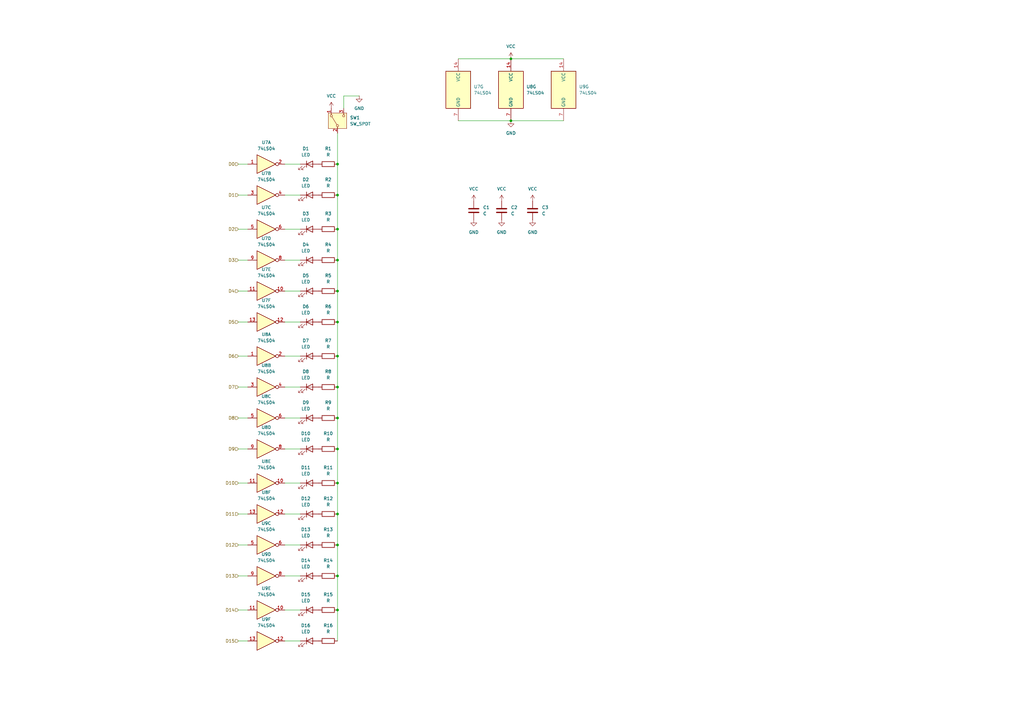
<source format=kicad_sch>
(kicad_sch (version 20231120) (generator "eeschema") (generator_version "8.0")
  (paper "A3")
  (lib_symbols
    (symbol "74xx:74LS04"
      (property "Reference" "U" (at 0 1.27 0))
      (property "Value" "74LS04" (at 0 -1.27 0))
      (symbol "74LS04_1_0"
        (polyline (pts (xy -3.81 3.81) (xy -3.81 -3.81) (xy 3.81 0) (xy -3.81 3.81)) (stroke (width 0.254)) (fill (type background)))
        (pin input line (at -7.62 0 0) (length 3.81) (name "~") (number "1"))
        (pin output inverted (at 7.62 0 180) (length 3.81) (name "~") (number "2"))
      )
      (symbol "74LS04_2_0"
        (polyline (pts (xy -3.81 3.81) (xy -3.81 -3.81) (xy 3.81 0) (xy -3.81 3.81)) (stroke (width 0.254)) (fill (type background)))
        (pin input line (at -7.62 0 0) (length 3.81) (name "~") (number "3"))
        (pin output inverted (at 7.62 0 180) (length 3.81) (name "~") (number "4"))
      )
      (symbol "74LS04_3_0"
        (polyline (pts (xy -3.81 3.81) (xy -3.81 -3.81) (xy 3.81 0) (xy -3.81 3.81)) (stroke (width 0.254)) (fill (type background)))
        (pin input line (at -7.62 0 0) (length 3.81) (name "~") (number "5"))
        (pin output inverted (at 7.62 0 180) (length 3.81) (name "~") (number "6"))
      )
      (symbol "74LS04_4_0"
        (polyline (pts (xy -3.81 3.81) (xy -3.81 -3.81) (xy 3.81 0) (xy -3.81 3.81)) (stroke (width 0.254)) (fill (type background)))
        (pin output inverted (at 7.62 0 180) (length 3.81) (name "~") (number "8"))
        (pin input line (at -7.62 0 0) (length 3.81) (name "~") (number "9"))
      )
      (symbol "74LS04_5_0"
        (polyline (pts (xy -3.81 3.81) (xy -3.81 -3.81) (xy 3.81 0) (xy -3.81 3.81)) (stroke (width 0.254)) (fill (type background)))
        (pin output inverted (at 7.62 0 180) (length 3.81) (name "~") (number "10"))
        (pin input line (at -7.62 0 0) (length 3.81) (name "~") (number "11"))
      )
      (symbol "74LS04_6_0"
        (polyline (pts (xy -3.81 3.81) (xy -3.81 -3.81) (xy 3.81 0) (xy -3.81 3.81)) (stroke (width 0.254)) (fill (type background)))
        (pin output inverted (at 7.62 0 180) (length 3.81) (name "~") (number "12"))
        (pin input line (at -7.62 0 0) (length 3.81) (name "~") (number "13"))
      )
      (symbol "74LS04_7_0"
        (pin power_in line (at 0 12.7 270) (length 5.08) (name "VCC") (number "14"))
        (pin power_in line (at 0 -12.7 90) (length 5.08) (name "GND") (number "7"))
      )
      (symbol "74LS04_7_1"
        (rectangle (start -5.08 7.62) (end 5.08 -7.62) (stroke (width 0.254)) (fill (type background)))
      )
    )
    (symbol "Device:C" (pin_numbers hide) (pin_names (offset 0.254))
      (property "Reference" "C" (at 0.635 2.54 0))
      (property "Value" "C" (at 0.635 -2.54 0))
      (symbol "C_0_1"
        (polyline (pts (xy -2.032 -0.762) (xy 2.032 -0.762)) (stroke (width 0.508)))
        (polyline (pts (xy -2.032 0.762) (xy 2.032 0.762)) (stroke (width 0.508)))
      )
      (symbol "C_1_1"
        (pin passive line (at 0 3.81 270) (length 2.794) (name "~") (number "1"))
        (pin passive line (at 0 -3.81 90) (length 2.794) (name "~") (number "2"))
      )
    )
    (symbol "Device:LED" (pin_numbers hide) (pin_names (offset 1.016) hide)
      (property "Reference" "D" (at 0 2.54 0))
      (property "Value" "LED" (at 0 -2.54 0))
      (symbol "LED_0_1"
        (polyline (pts (xy -1.27 -1.27) (xy -1.27 1.27)) (stroke (width 0.254)))
        (polyline (pts (xy -1.27 0) (xy 1.27 0)))
        (polyline (pts (xy 1.27 -1.27) (xy 1.27 1.27) (xy -1.27 0) (xy 1.27 -1.27)) (stroke (width 0.254)))
        (polyline (pts (xy -3.048 -0.762) (xy -4.572 -2.286) (xy -3.81 -2.286) (xy -4.572 -2.286) (xy -4.572 -1.524)))
        (polyline (pts (xy -1.778 -0.762) (xy -3.302 -2.286) (xy -2.54 -2.286) (xy -3.302 -2.286) (xy -3.302 -1.524)))
      )
      (symbol "LED_1_1"
        (pin passive line (at -3.81 0 0) (length 2.54) (name "K") (number "1"))
        (pin passive line (at 3.81 0 180) (length 2.54) (name "A") (number "2"))
      )
    )
    (symbol "Device:R" (pin_numbers hide) (pin_names (offset 0))
      (property "Reference" "R" (at 2.032 0 90))
      (property "Value" "R" (at 0 0 90))
      (symbol "R_0_1"
        (rectangle (start -1.016 -2.54) (end 1.016 2.54) (stroke (width 0.254)))
      )
      (symbol "R_1_1"
        (pin passive line (at 0 3.81 270) (length 1.27) (name "~") (number "1"))
        (pin passive line (at 0 -3.81 90) (length 1.27) (name "~") (number "2"))
      )
    )
    (symbol "Switch:SW_SPDT" (pin_names (offset 0) hide)
      (property "Reference" "SW" (at 0 5.08 0))
      (property "Value" "SW_SPDT" (at 0 -5.08 0))
      (symbol "SW_SPDT_0_1"
        (circle (center -2.032 0) (radius 0.4572))
        (polyline (pts (xy -1.651 0.254) (xy 1.651 2.286)))
        (circle (center 2.032 -2.54) (radius 0.4572))
        (circle (center 2.032 2.54) (radius 0.4572))
      )
      (symbol "SW_SPDT_1_1"
        (rectangle (start -3.175 3.81) (end 3.175 -3.81) (fill (type background)))
        (pin passive line (at 5.08 2.54 180) (length 2.54) (name "A") (number "1"))
        (pin passive line (at -5.08 0 0) (length 2.54) (name "B") (number "2"))
        (pin passive line (at 5.08 -2.54 180) (length 2.54) (name "C") (number "3"))
      )
    )
    (symbol "power:GND" (power) (pin_numbers hide) (pin_names (offset 0) hide)
      (property "Value" "GND" (at 0 -3.81 0))
      (symbol "GND_0_1"
        (polyline (pts (xy 0 0) (xy 0 -1.27) (xy 1.27 -1.27) (xy 0 -2.54) (xy -1.27 -1.27) (xy 0 -1.27)))
      )
      (symbol "GND_1_1"
        (pin power_in line (at 0 0 270) (length 0) (name "~") (number "1"))
      )
    )
    (symbol "power:VCC" (power) (pin_numbers hide) (pin_names (offset 0) hide)
      (property "Value" "VCC" (at 0 3.556 0))
      (symbol "VCC_0_1"
        (polyline (pts (xy -0.762 1.27) (xy 0 2.54)))
        (polyline (pts (xy 0 0) (xy 0 2.54)))
        (polyline (pts (xy 0 2.54) (xy 0.762 1.27)))
      )
      (symbol "VCC_1_1"
        (pin power_in line (at 0 0 90) (length 0) (name "~") (number "1"))
      )
    )
  )
  (junction (at 138.43 146.05))
  (junction (at 138.43 171.45))
  (junction (at 138.43 106.68))
  (junction (at 138.43 67.31))
  (junction (at 138.43 210.82))
  (junction (at 138.43 158.75))
  (junction (at 138.43 250.19))
  (junction (at 138.43 119.38))
  (junction (at 138.43 236.22))
  (junction (at 138.43 184.15))
  (junction (at 209.55 49.53))
  (junction (at 138.43 223.52))
  (junction (at 138.43 198.12))
  (junction (at 138.43 93.98))
  (junction (at 138.43 132.08))
  (junction (at 138.43 80.01))
  (junction (at 209.55 24.13))
  (wire (pts (xy 138.43 171.45) (xy 138.43 184.15)))
  (wire (pts (xy 138.43 158.75) (xy 138.43 171.45)))
  (wire (pts (xy 116.84 132.08) (xy 123.19 132.08)))
  (wire (pts (xy 116.84 106.68) (xy 123.19 106.68)))
  (wire (pts (xy 116.84 67.31) (xy 123.19 67.31)))
  (wire (pts (xy 116.84 80.01) (xy 123.19 80.01)))
  (wire (pts (xy 138.43 132.08) (xy 138.43 146.05)))
  (wire (pts (xy 97.79 262.89) (xy 101.6 262.89)))
  (wire (pts (xy 138.43 67.31) (xy 138.43 80.01)))
  (wire (pts (xy 116.84 250.19) (xy 123.19 250.19)))
  (wire (pts (xy 97.79 184.15) (xy 101.6 184.15)))
  (wire (pts (xy 116.84 210.82) (xy 123.19 210.82)))
  (wire (pts (xy 138.43 184.15) (xy 138.43 198.12)))
  (wire (pts (xy 97.79 198.12) (xy 101.6 198.12)))
  (wire (pts (xy 97.79 223.52) (xy 101.6 223.52)))
  (wire (pts (xy 116.84 171.45) (xy 123.19 171.45)))
  (wire (pts (xy 116.84 146.05) (xy 123.19 146.05)))
  (wire (pts (xy 138.43 250.19) (xy 138.43 262.89)))
  (wire (pts (xy 97.79 210.82) (xy 101.6 210.82)))
  (wire (pts (xy 116.84 236.22) (xy 123.19 236.22)))
  (wire (pts (xy 97.79 146.05) (xy 101.6 146.05)))
  (wire (pts (xy 187.96 49.53) (xy 209.55 49.53)))
  (wire (pts (xy 209.55 24.13) (xy 231.14 24.13)))
  (wire (pts (xy 138.43 236.22) (xy 138.43 250.19)))
  (wire (pts (xy 138.43 223.52) (xy 138.43 236.22)))
  (wire (pts (xy 97.79 93.98) (xy 101.6 93.98)))
  (wire (pts (xy 138.43 93.98) (xy 138.43 106.68)))
  (wire (pts (xy 97.79 236.22) (xy 101.6 236.22)))
  (wire (pts (xy 116.84 119.38) (xy 123.19 119.38)))
  (wire (pts (xy 187.96 24.13) (xy 209.55 24.13)))
  (wire (pts (xy 138.43 146.05) (xy 138.43 158.75)))
  (wire (pts (xy 97.79 171.45) (xy 101.6 171.45)))
  (wire (pts (xy 116.84 158.75) (xy 123.19 158.75)))
  (wire (pts (xy 97.79 106.68) (xy 101.6 106.68)))
  (wire (pts (xy 97.79 132.08) (xy 101.6 132.08)))
  (wire (pts (xy 97.79 158.75) (xy 101.6 158.75)))
  (wire (pts (xy 138.43 80.01) (xy 138.43 93.98)))
  (wire (pts (xy 116.84 184.15) (xy 123.19 184.15)))
  (wire (pts (xy 140.97 44.45) (xy 140.97 39.37)))
  (wire (pts (xy 138.43 54.61) (xy 138.43 67.31)))
  (wire (pts (xy 116.84 198.12) (xy 123.19 198.12)))
  (wire (pts (xy 138.43 119.38) (xy 138.43 132.08)))
  (wire (pts (xy 116.84 262.89) (xy 123.19 262.89)))
  (wire (pts (xy 138.43 106.68) (xy 138.43 119.38)))
  (wire (pts (xy 116.84 93.98) (xy 123.19 93.98)))
  (wire (pts (xy 97.79 119.38) (xy 101.6 119.38)))
  (wire (pts (xy 140.97 39.37) (xy 147.32 39.37)))
  (wire (pts (xy 209.55 49.53) (xy 231.14 49.53)))
  (wire (pts (xy 97.79 80.01) (xy 101.6 80.01)))
  (wire (pts (xy 138.43 210.82) (xy 138.43 223.52)))
  (wire (pts (xy 97.79 67.31) (xy 101.6 67.31)))
  (wire (pts (xy 97.79 250.19) (xy 101.6 250.19)))
  (wire (pts (xy 116.84 223.52) (xy 123.19 223.52)))
  (wire (pts (xy 138.43 198.12) (xy 138.43 210.82)))
  (hierarchical_label "D5" (shape input) (at 97.79 132.08 180))
  (hierarchical_label "D6" (shape input) (at 97.79 146.05 180))
  (hierarchical_label "D2" (shape input) (at 97.79 93.98 180))
  (hierarchical_label "D14" (shape input) (at 97.79 250.19 180))
  (hierarchical_label "D15" (shape input) (at 97.79 262.89 180))
  (hierarchical_label "D0" (shape input) (at 97.79 67.31 180))
  (hierarchical_label "D7" (shape input) (at 97.79 158.75 180))
  (hierarchical_label "D10" (shape input) (at 97.79 198.12 180))
  (hierarchical_label "D13" (shape input) (at 97.79 236.22 180))
  (hierarchical_label "D1" (shape input) (at 97.79 80.01 180))
  (hierarchical_label "D4" (shape input) (at 97.79 119.38 180))
  (hierarchical_label "D8" (shape input) (at 97.79 171.45 180))
  (hierarchical_label "D12" (shape input) (at 97.79 223.52 180))
  (hierarchical_label "D11" (shape input) (at 97.79 210.82 180))
  (hierarchical_label "D3" (shape input) (at 97.79 106.68 180))
  (hierarchical_label "D9" (shape input) (at 97.79 184.15 180))
  (symbol (lib_id "Device:R") (at 134.62 106.68 90) (unit 1)
    (property "Reference" "R4" (at 134.62 100.33 90))
    (property "Value" "R" (at 134.62 102.87 90))
    (property "Footprint" "Resistor_SMD:R_0805_2012Metric" (effects (hide yes)))
    (property "Description" "Resistor" (effects (hide yes)))
    (instances (project "" (path "" (reference "R4") (unit 1))) (project "pcb_proc_ram" (path "" (reference "R?") (unit 1)) (path "" (reference "R?") (unit 1))) (project "" (path "" (reference "R?") (unit 1))))
  )
  (symbol (lib_id "Device:C") (at 205.74 86.36 0) (unit 1)
    (property "Reference" "C2" (at 209.55 85.0899 0) (effects (justify left)))
    (property "Value" "C" (at 209.55 87.6299 0) (effects (justify left)))
    (property "Footprint" "Capacitor_SMD:C_0805_2012Metric" (effects (hide yes)))
    (property "Description" "Unpolarized capacitor" (effects (hide yes)))
    (instances (project "" (path "" (reference "C2") (unit 1))) (project "pcb_proc_ram" (path "" (reference "C?") (unit 1)) (path "" (reference "C?") (unit 1))) (project "" (path "" (reference "C?") (unit 1))))
  )
  (symbol (lib_id "Device:R") (at 134.62 262.89 90) (unit 1)
    (property "Reference" "R16" (at 134.62 256.54 90))
    (property "Value" "R" (at 134.62 259.08 90))
    (property "Footprint" "Resistor_SMD:R_0805_2012Metric" (effects (hide yes)))
    (property "Description" "Resistor" (effects (hide yes)))
    (instances (project "" (path "" (reference "R16") (unit 1))) (project "pcb_proc_ram" (path "" (reference "R?") (unit 1)) (path "" (reference "R?") (unit 1))) (project "" (path "" (reference "R?") (unit 1))))
  )
  (symbol (lib_id "Device:LED") (at 127 158.75 0) (unit 1)
    (property "Reference" "D8" (at 125.4125 152.4 0))
    (property "Value" "LED" (at 125.4125 154.94 0))
    (property "Footprint" "LED_THT:LED_Rectangular_W5.0mm_H2.0mm" (effects (hide yes)))
    (property "Description" "Light emitting diode" (effects (hide yes)))
    (instances (project "" (path "" (reference "D8") (unit 1))) (project "pcb_proc_ram" (path "" (reference "D?") (unit 1)) (path "" (reference "D?") (unit 1))) (project "" (path "" (reference "D?") (unit 1))))
  )
  (symbol (lib_id "Device:R") (at 134.62 93.98 90) (unit 1)
    (property "Reference" "R3" (at 134.62 87.63 90))
    (property "Value" "R" (at 134.62 90.17 90))
    (property "Footprint" "Resistor_SMD:R_0805_2012Metric" (effects (hide yes)))
    (property "Description" "Resistor" (effects (hide yes)))
    (instances (project "" (path "" (reference "R3") (unit 1))) (project "pcb_proc_ram" (path "" (reference "R?") (unit 1)) (path "" (reference "R?") (unit 1))) (project "" (path "" (reference "R?") (unit 1))))
  )
  (symbol (lib_id "power:GND") (at 209.55 49.53 0) (unit 1)
    (property "Reference" "#PWR024" (effects (hide yes)))
    (property "Value" "GND" (at 209.55 54.61 0))
    (property "Description" "Power symbol creates a global label with name \"GND\" , ground" (effects (hide yes)))
    (instances (project "" (path "" (reference "#PWR024") (unit 1))) (project "pcb_proc_ram" (path "" (reference "#PWR?") (unit 1)) (path "" (reference "#PWR?") (unit 1))) (project "" (path "" (reference "#PWR?") (unit 1))))
  )
  (symbol (lib_id "74xx:74LS04") (at 209.55 36.83 0) (unit 7)
    (property "Reference" "U8" (at 215.9 35.5599 0) (effects (justify left)))
    (property "Value" "74LS04" (at 215.9 38.0999 0) (effects (justify left)))
    (property "Footprint" "Package_DIP:DIP-14_W7.62mm_LongPads" (effects (hide yes)))
    (property "Datasheet" "http://www.ti.com/lit/gpn/sn74LS04" (effects (hide yes)))
    (property "Description" "Hex Inverter" (effects (hide yes)))
    (instances (project "" (path "" (reference "U8") (unit 7))) (project "pcb_proc_ram" (path "" (reference "U?") (unit 7)) (path "" (reference "U?") (unit 7))) (project "" (path "" (reference "U?") (unit 7))))
  )
  (symbol (lib_id "Device:LED") (at 127 262.89 0) (unit 1)
    (property "Reference" "D16" (at 125.4125 256.54 0))
    (property "Value" "LED" (at 125.4125 259.08 0))
    (property "Footprint" "LED_THT:LED_Rectangular_W5.0mm_H2.0mm" (effects (hide yes)))
    (property "Description" "Light emitting diode" (effects (hide yes)))
    (instances (project "" (path "" (reference "D16") (unit 1))) (project "pcb_proc_ram" (path "" (reference "D?") (unit 1)) (path "" (reference "D?") (unit 1))) (project "" (path "" (reference "D?") (unit 1))))
  )
  (symbol (lib_id "Device:LED") (at 127 132.08 0) (unit 1)
    (property "Reference" "D6" (at 125.4125 125.73 0))
    (property "Value" "LED" (at 125.4125 128.27 0))
    (property "Footprint" "LED_THT:LED_Rectangular_W5.0mm_H2.0mm" (effects (hide yes)))
    (property "Description" "Light emitting diode" (effects (hide yes)))
    (instances (project "" (path "" (reference "D6") (unit 1))) (project "pcb_proc_ram" (path "" (reference "D?") (unit 1)) (path "" (reference "D?") (unit 1))) (project "" (path "" (reference "D?") (unit 1))))
  )
  (symbol (lib_id "Device:LED") (at 127 171.45 0) (unit 1)
    (property "Reference" "D9" (at 125.4125 165.1 0))
    (property "Value" "LED" (at 125.4125 167.64 0))
    (property "Footprint" "LED_THT:LED_Rectangular_W5.0mm_H2.0mm" (effects (hide yes)))
    (property "Description" "Light emitting diode" (effects (hide yes)))
    (instances (project "" (path "" (reference "D9") (unit 1))) (project "pcb_proc_ram" (path "" (reference "D?") (unit 1)) (path "" (reference "D?") (unit 1))) (project "" (path "" (reference "D?") (unit 1))))
  )
  (symbol (lib_id "power:VCC") (at 209.55 24.13 0) (unit 1)
    (property "Reference" "#PWR021" (effects (hide yes)))
    (property "Value" "VCC" (at 209.55 19.05 0))
    (property "Description" "Power symbol creates a global label with name \"VCC\"" (effects (hide yes)))
    (instances (project "" (path "" (reference "#PWR021") (unit 1))) (project "pcb_proc_ram" (path "" (reference "#PWR?") (unit 1)) (path "" (reference "#PWR?") (unit 1))) (project "" (path "" (reference "#PWR?") (unit 1))))
  )
  (symbol (lib_id "Device:R") (at 134.62 132.08 90) (unit 1)
    (property "Reference" "R6" (at 134.62 125.73 90))
    (property "Value" "R" (at 134.62 128.27 90))
    (property "Footprint" "Resistor_SMD:R_0805_2012Metric" (effects (hide yes)))
    (property "Description" "Resistor" (effects (hide yes)))
    (instances (project "" (path "" (reference "R6") (unit 1))) (project "pcb_proc_ram" (path "" (reference "R?") (unit 1)) (path "" (reference "R?") (unit 1))) (project "" (path "" (reference "R?") (unit 1))))
  )
  (symbol (lib_id "power:GND") (at 218.44 90.17 0) (unit 1)
    (property "Reference" "#PWR030" (effects (hide yes)))
    (property "Value" "GND" (at 218.44 95.25 0))
    (property "Description" "Power symbol creates a global label with name \"GND\" , ground" (effects (hide yes)))
    (instances (project "" (path "" (reference "#PWR030") (unit 1))) (project "pcb_proc_ram" (path "" (reference "#PWR?") (unit 1)) (path "" (reference "#PWR?") (unit 1))) (project "" (path "" (reference "#PWR?") (unit 1))))
  )
  (symbol (lib_id "74xx:74LS04") (at 109.22 67.31 0) (unit 1)
    (property "Reference" "U7" (at 109.22 58.42 0))
    (property "Value" "74LS04" (at 109.22 60.96 0))
    (property "Footprint" "Package_DIP:DIP-14_W7.62mm_Socket_LongPads" (effects (hide yes)))
    (property "Datasheet" "http://www.ti.com/lit/gpn/sn74LS04" (effects (hide yes)))
    (property "Description" "Hex Inverter" (effects (hide yes)))
    (instances (project "" (path "" (reference "U7") (unit 1))) (project "pcb_proc_ram" (path "" (reference "U?") (unit 1)) (path "" (reference "U?") (unit 1))) (project "" (path "" (reference "U?") (unit 1))))
  )
  (symbol (lib_id "power:GND") (at 194.31 90.17 0) (unit 1)
    (property "Reference" "#PWR028" (effects (hide yes)))
    (property "Value" "GND" (at 194.31 95.25 0))
    (property "Description" "Power symbol creates a global label with name \"GND\" , ground" (effects (hide yes)))
    (instances (project "" (path "" (reference "#PWR028") (unit 1))) (project "pcb_proc_ram" (path "" (reference "#PWR?") (unit 1)) (path "" (reference "#PWR?") (unit 1))) (project "" (path "" (reference "#PWR?") (unit 1))))
  )
  (symbol (lib_id "74xx:74LS04") (at 187.96 36.83 0) (unit 7)
    (property "Reference" "U7" (at 194.31 35.5599 0) (effects (justify left)))
    (property "Value" "74LS04" (at 194.31 38.0999 0) (effects (justify left)))
    (property "Footprint" "Package_DIP:DIP-14_W7.62mm_Socket_LongPads" (effects (hide yes)))
    (property "Datasheet" "http://www.ti.com/lit/gpn/sn74LS04" (effects (hide yes)))
    (property "Description" "Hex Inverter" (effects (hide yes)))
    (instances (project "" (path "" (reference "U7") (unit 7))) (project "pcb_proc_ram" (path "" (reference "U?") (unit 7)) (path "" (reference "U?") (unit 7))) (project "" (path "" (reference "U?") (unit 7))))
  )
  (symbol (lib_id "Device:LED") (at 127 106.68 0) (unit 1)
    (property "Reference" "D4" (at 125.4125 100.33 0))
    (property "Value" "LED" (at 125.4125 102.87 0))
    (property "Footprint" "LED_THT:LED_Rectangular_W5.0mm_H2.0mm" (effects (hide yes)))
    (property "Description" "Light emitting diode" (effects (hide yes)))
    (instances (project "" (path "" (reference "D4") (unit 1))) (project "pcb_proc_ram" (path "" (reference "D?") (unit 1)) (path "" (reference "D?") (unit 1))) (project "" (path "" (reference "D?") (unit 1))))
  )
  (symbol (lib_id "74xx:74LS04") (at 109.22 146.05 0) (unit 1)
    (property "Reference" "U8" (at 109.22 137.16 0))
    (property "Value" "74LS04" (at 109.22 139.7 0))
    (property "Footprint" "Package_DIP:DIP-14_W7.62mm_LongPads" (effects (hide yes)))
    (property "Datasheet" "http://www.ti.com/lit/gpn/sn74LS04" (effects (hide yes)))
    (property "Description" "Hex Inverter" (effects (hide yes)))
    (instances (project "" (path "" (reference "U8") (unit 1))) (project "pcb_proc_ram" (path "" (reference "U?") (unit 1)) (path "" (reference "U?") (unit 1))) (project "" (path "" (reference "U?") (unit 1))))
  )
  (symbol (lib_id "power:VCC") (at 205.74 82.55 0) (unit 1)
    (property "Reference" "#PWR026" (effects (hide yes)))
    (property "Value" "VCC" (at 205.74 77.47 0))
    (property "Description" "Power symbol creates a global label with name \"VCC\"" (effects (hide yes)))
    (instances (project "" (path "" (reference "#PWR026") (unit 1))) (project "pcb_proc_ram" (path "" (reference "#PWR?") (unit 1)) (path "" (reference "#PWR?") (unit 1))) (project "" (path "" (reference "#PWR?") (unit 1))))
  )
  (symbol (lib_id "power:VCC") (at 135.89 44.45 0) (unit 1)
    (property "Reference" "#PWR023" (effects (hide yes)))
    (property "Value" "VCC" (at 135.89 39.37 0))
    (property "Description" "Power symbol creates a global label with name \"VCC\"" (effects (hide yes)))
    (instances (project "" (path "" (reference "#PWR023") (unit 1))) (project "pcb_proc_ram" (path "" (reference "#PWR?") (unit 1)) (path "" (reference "#PWR?") (unit 1))) (project "" (path "" (reference "#PWR?") (unit 1))))
  )
  (symbol (lib_id "Device:R") (at 134.62 223.52 90) (unit 1)
    (property "Reference" "R13" (at 134.62 217.17 90))
    (property "Value" "R" (at 134.62 219.71 90))
    (property "Footprint" "Resistor_SMD:R_0805_2012Metric" (effects (hide yes)))
    (property "Description" "Resistor" (effects (hide yes)))
    (instances (project "" (path "" (reference "R13") (unit 1))) (project "pcb_proc_ram" (path "" (reference "R?") (unit 1)) (path "" (reference "R?") (unit 1))) (project "" (path "" (reference "R?") (unit 1))))
  )
  (symbol (lib_id "Device:R") (at 134.62 80.01 90) (unit 1)
    (property "Reference" "R2" (at 134.62 73.66 90))
    (property "Value" "R" (at 134.62 76.2 90))
    (property "Footprint" "Resistor_SMD:R_0805_2012Metric" (effects (hide yes)))
    (property "Description" "Resistor" (effects (hide yes)))
    (instances (project "" (path "" (reference "R2") (unit 1))) (project "pcb_proc_ram" (path "" (reference "R?") (unit 1)) (path "" (reference "R?") (unit 1))) (project "" (path "" (reference "R?") (unit 1))))
  )
  (symbol (lib_id "74xx:74LS04") (at 109.22 106.68 0) (unit 4)
    (property "Reference" "U7" (at 109.22 97.79 0))
    (property "Value" "74LS04" (at 109.22 100.33 0))
    (property "Footprint" "Package_DIP:DIP-14_W7.62mm_Socket_LongPads" (effects (hide yes)))
    (property "Datasheet" "http://www.ti.com/lit/gpn/sn74LS04" (effects (hide yes)))
    (property "Description" "Hex Inverter" (effects (hide yes)))
    (instances (project "" (path "" (reference "U7") (unit 4))) (project "pcb_proc_ram" (path "" (reference "U?") (unit 4)) (path "" (reference "U?") (unit 4))) (project "" (path "" (reference "U?") (unit 4))))
  )
  (symbol (lib_id "Device:R") (at 134.62 184.15 90) (unit 1)
    (property "Reference" "R10" (at 134.62 177.8 90))
    (property "Value" "R" (at 134.62 180.34 90))
    (property "Footprint" "Resistor_SMD:R_0805_2012Metric" (effects (hide yes)))
    (property "Description" "Resistor" (effects (hide yes)))
    (instances (project "" (path "" (reference "R10") (unit 1))) (project "pcb_proc_ram" (path "" (reference "R?") (unit 1)) (path "" (reference "R?") (unit 1))) (project "" (path "" (reference "R?") (unit 1))))
  )
  (symbol (lib_id "Device:LED") (at 127 236.22 0) (unit 1)
    (property "Reference" "D14" (at 125.4125 229.87 0))
    (property "Value" "LED" (at 125.4125 232.41 0))
    (property "Footprint" "LED_THT:LED_Rectangular_W5.0mm_H2.0mm" (effects (hide yes)))
    (property "Description" "Light emitting diode" (effects (hide yes)))
    (instances (project "" (path "" (reference "D14") (unit 1))) (project "pcb_proc_ram" (path "" (reference "D?") (unit 1)) (path "" (reference "D?") (unit 1))) (project "" (path "" (reference "D?") (unit 1))))
  )
  (symbol (lib_id "74xx:74LS04") (at 109.22 198.12 0) (unit 5)
    (property "Reference" "U8" (at 109.22 189.23 0))
    (property "Value" "74LS04" (at 109.22 191.77 0))
    (property "Footprint" "Package_DIP:DIP-14_W7.62mm_LongPads" (effects (hide yes)))
    (property "Datasheet" "http://www.ti.com/lit/gpn/sn74LS04" (effects (hide yes)))
    (property "Description" "Hex Inverter" (effects (hide yes)))
    (instances (project "" (path "" (reference "U8") (unit 5))) (project "pcb_proc_ram" (path "" (reference "U?") (unit 5)) (path "" (reference "U?") (unit 5))) (project "" (path "" (reference "U?") (unit 5))))
  )
  (symbol (lib_id "power:GND") (at 147.32 39.37 0) (unit 1)
    (property "Reference" "#PWR022" (effects (hide yes)))
    (property "Value" "GND" (at 147.32 44.45 0))
    (property "Description" "Power symbol creates a global label with name \"GND\" , ground" (effects (hide yes)))
    (instances (project "" (path "" (reference "#PWR022") (unit 1))) (project "pcb_proc_ram" (path "" (reference "#PWR?") (unit 1)) (path "" (reference "#PWR?") (unit 1))) (project "" (path "" (reference "#PWR?") (unit 1))))
  )
  (symbol (lib_id "74xx:74LS04") (at 231.14 36.83 0) (unit 7)
    (property "Reference" "U9" (at 237.49 35.5599 0) (effects (justify left)))
    (property "Value" "74LS04" (at 237.49 38.0999 0) (effects (justify left)))
    (property "Footprint" "Package_DIP:DIP-14_W7.62mm_LongPads" (effects (hide yes)))
    (property "Datasheet" "http://www.ti.com/lit/gpn/sn74LS04" (effects (hide yes)))
    (property "Description" "Hex Inverter" (effects (hide yes)))
    (instances (project "" (path "" (reference "U9") (unit 7))) (project "pcb_proc_adder" (path "" (reference "U?") (unit 7))))
  )
  (symbol (lib_id "power:VCC") (at 218.44 82.55 0) (unit 1)
    (property "Reference" "#PWR027" (effects (hide yes)))
    (property "Value" "VCC" (at 218.44 77.47 0))
    (property "Description" "Power symbol creates a global label with name \"VCC\"" (effects (hide yes)))
    (instances (project "" (path "" (reference "#PWR027") (unit 1))) (project "pcb_proc_ram" (path "" (reference "#PWR?") (unit 1)) (path "" (reference "#PWR?") (unit 1))) (project "" (path "" (reference "#PWR?") (unit 1))))
  )
  (symbol (lib_id "Device:LED") (at 127 119.38 0) (unit 1)
    (property "Reference" "D5" (at 125.4125 113.03 0))
    (property "Value" "LED" (at 125.4125 115.57 0))
    (property "Footprint" "LED_THT:LED_Rectangular_W5.0mm_H2.0mm" (effects (hide yes)))
    (property "Description" "Light emitting diode" (effects (hide yes)))
    (instances (project "" (path "" (reference "D5") (unit 1))) (project "pcb_proc_ram" (path "" (reference "D?") (unit 1)) (path "" (reference "D?") (unit 1))) (project "" (path "" (reference "D?") (unit 1))))
  )
  (symbol (lib_id "Device:LED") (at 127 223.52 0) (unit 1)
    (property "Reference" "D13" (at 125.4125 217.17 0))
    (property "Value" "LED" (at 125.4125 219.71 0))
    (property "Footprint" "LED_THT:LED_Rectangular_W5.0mm_H2.0mm" (effects (hide yes)))
    (property "Description" "Light emitting diode" (effects (hide yes)))
    (instances (project "" (path "" (reference "D13") (unit 1))) (project "pcb_proc_ram" (path "" (reference "D?") (unit 1)) (path "" (reference "D?") (unit 1))) (project "" (path "" (reference "D?") (unit 1))))
  )
  (symbol (lib_id "74xx:74LS04") (at 109.22 262.89 0) (unit 6)
    (property "Reference" "U9" (at 109.22 254 0))
    (property "Value" "74LS04" (at 109.22 256.54 0))
    (property "Footprint" "Package_DIP:DIP-14_W7.62mm_LongPads" (effects (hide yes)))
    (property "Datasheet" "http://www.ti.com/lit/gpn/sn74LS04" (effects (hide yes)))
    (property "Description" "Hex Inverter" (effects (hide yes)))
    (instances (project "" (path "" (reference "U9") (unit 6))) (project "pcb_proc_ram" (path "" (reference "U?") (unit 6)) (path "" (reference "U?") (unit 6))) (project "" (path "" (reference "U?") (unit 6))))
  )
  (symbol (lib_id "Device:C") (at 194.31 86.36 0) (unit 1)
    (property "Reference" "C1" (at 198.12 85.0899 0) (effects (justify left)))
    (property "Value" "C" (at 198.12 87.6299 0) (effects (justify left)))
    (property "Footprint" "Capacitor_SMD:C_0805_2012Metric" (effects (hide yes)))
    (property "Description" "Unpolarized capacitor" (effects (hide yes)))
    (instances (project "" (path "" (reference "C1") (unit 1))) (project "pcb_proc_ram" (path "" (reference "C?") (unit 1)) (path "" (reference "C?") (unit 1))) (project "" (path "" (reference "C?") (unit 1))))
  )
  (symbol (lib_id "Device:R") (at 134.62 67.31 90) (unit 1)
    (property "Reference" "R1" (at 134.62 60.96 90))
    (property "Value" "R" (at 134.62 63.5 90))
    (property "Footprint" "Resistor_SMD:R_0805_2012Metric" (effects (hide yes)))
    (property "Description" "Resistor" (effects (hide yes)))
    (instances (project "" (path "" (reference "R1") (unit 1))) (project "" (path "" (reference "R?") (unit 1)) (path "" (reference "R?") (unit 1))) (project "" (path "" (reference "R?") (unit 1))))
  )
  (symbol (lib_id "power:VCC") (at 194.31 82.55 0) (unit 1)
    (property "Reference" "#PWR025" (effects (hide yes)))
    (property "Value" "VCC" (at 194.31 77.47 0))
    (property "Description" "Power symbol creates a global label with name \"VCC\"" (effects (hide yes)))
    (instances (project "" (path "" (reference "#PWR025") (unit 1))) (project "pcb_proc_ram" (path "" (reference "#PWR?") (unit 1)) (path "" (reference "#PWR?") (unit 1))) (project "" (path "" (reference "#PWR?") (unit 1))))
  )
  (symbol (lib_id "Device:R") (at 134.62 198.12 90) (unit 1)
    (property "Reference" "R11" (at 134.62 191.77 90))
    (property "Value" "R" (at 134.62 194.31 90))
    (property "Footprint" "Resistor_SMD:R_0805_2012Metric" (effects (hide yes)))
    (property "Description" "Resistor" (effects (hide yes)))
    (instances (project "" (path "" (reference "R11") (unit 1))) (project "pcb_proc_ram" (path "" (reference "R?") (unit 1)) (path "" (reference "R?") (unit 1))) (project "" (path "" (reference "R?") (unit 1))))
  )
  (symbol (lib_id "74xx:74LS04") (at 109.22 119.38 0) (unit 5)
    (property "Reference" "U7" (at 109.22 110.49 0))
    (property "Value" "74LS04" (at 109.22 113.03 0))
    (property "Footprint" "Package_DIP:DIP-14_W7.62mm_Socket_LongPads" (effects (hide yes)))
    (property "Datasheet" "http://www.ti.com/lit/gpn/sn74LS04" (effects (hide yes)))
    (property "Description" "Hex Inverter" (effects (hide yes)))
    (instances (project "" (path "" (reference "U7") (unit 5))) (project "pcb_proc_ram" (path "" (reference "U?") (unit 5)) (path "" (reference "U?") (unit 5))) (project "" (path "" (reference "U?") (unit 5))))
  )
  (symbol (lib_id "Device:R") (at 134.62 210.82 90) (unit 1)
    (property "Reference" "R12" (at 134.62 204.47 90))
    (property "Value" "R" (at 134.62 207.01 90))
    (property "Footprint" "Resistor_SMD:R_0805_2012Metric" (effects (hide yes)))
    (property "Description" "Resistor" (effects (hide yes)))
    (instances (project "" (path "" (reference "R12") (unit 1))) (project "pcb_proc_ram" (path "" (reference "R?") (unit 1)) (path "" (reference "R?") (unit 1))) (project "" (path "" (reference "R?") (unit 1))))
  )
  (symbol (lib_id "Device:LED") (at 127 198.12 0) (unit 1)
    (property "Reference" "D11" (at 125.4125 191.77 0))
    (property "Value" "LED" (at 125.4125 194.31 0))
    (property "Footprint" "LED_THT:LED_Rectangular_W5.0mm_H2.0mm" (effects (hide yes)))
    (property "Description" "Light emitting diode" (effects (hide yes)))
    (instances (project "" (path "" (reference "D11") (unit 1))) (project "pcb_proc_ram" (path "" (reference "D?") (unit 1)) (path "" (reference "D?") (unit 1))) (project "" (path "" (reference "D?") (unit 1))))
  )
  (symbol (lib_id "Device:R") (at 134.62 158.75 90) (unit 1)
    (property "Reference" "R8" (at 134.62 152.4 90))
    (property "Value" "R" (at 134.62 154.94 90))
    (property "Footprint" "Resistor_SMD:R_0805_2012Metric" (effects (hide yes)))
    (property "Description" "Resistor" (effects (hide yes)))
    (instances (project "" (path "" (reference "R8") (unit 1))) (project "pcb_proc_ram" (path "" (reference "R?") (unit 1)) (path "" (reference "R?") (unit 1))) (project "" (path "" (reference "R?") (unit 1))))
  )
  (symbol (lib_id "74xx:74LS04") (at 109.22 171.45 0) (unit 3)
    (property "Reference" "U8" (at 109.22 162.56 0))
    (property "Value" "74LS04" (at 109.22 165.1 0))
    (property "Footprint" "Package_DIP:DIP-14_W7.62mm_LongPads" (effects (hide yes)))
    (property "Datasheet" "http://www.ti.com/lit/gpn/sn74LS04" (effects (hide yes)))
    (property "Description" "Hex Inverter" (effects (hide yes)))
    (instances (project "" (path "" (reference "U8") (unit 3))) (project "pcb_proc_ram" (path "" (reference "U?") (unit 3)) (path "" (reference "U?") (unit 3))) (project "" (path "" (reference "U?") (unit 3))))
  )
  (symbol (lib_id "Switch:SW_SPDT") (at 138.43 49.53 90) (unit 1)
    (property "Reference" "SW1" (at 143.51 48.2599 90) (effects (justify right)))
    (property "Value" "SW_SPDT" (at 143.51 50.7999 90) (effects (justify right)))
    (property "Footprint" "Button_Switch_THT:SW_E-Switch_EG1271_SPDT" (effects (hide yes)))
    (property "Description" "Switch, single pole double throw" (effects (hide yes)))
    (instances (project "" (path "" (reference "SW1") (unit 1))) (project "pcb_proc_ram" (path "" (reference "SW?") (unit 1)) (path "" (reference "SW?") (unit 1))) (project "" (path "" (reference "SW?") (unit 1))))
  )
  (symbol (lib_id "Device:LED") (at 127 146.05 0) (unit 1)
    (property "Reference" "D7" (at 125.4125 139.7 0))
    (property "Value" "LED" (at 125.4125 142.24 0))
    (property "Footprint" "LED_THT:LED_Rectangular_W5.0mm_H2.0mm" (effects (hide yes)))
    (property "Description" "Light emitting diode" (effects (hide yes)))
    (instances (project "" (path "" (reference "D7") (unit 1))) (project "pcb_proc_ram" (path "" (reference "D?") (unit 1)) (path "" (reference "D?") (unit 1))) (project "" (path "" (reference "D?") (unit 1))))
  )
  (symbol (lib_id "Device:C") (at 218.44 86.36 0) (unit 1)
    (property "Reference" "C3" (at 222.25 85.0899 0) (effects (justify left)))
    (property "Value" "C" (at 222.25 87.6299 0) (effects (justify left)))
    (property "Footprint" "Capacitor_SMD:C_0805_2012Metric" (effects (hide yes)))
    (property "Description" "Unpolarized capacitor" (effects (hide yes)))
    (instances (project "" (path "" (reference "C3") (unit 1))) (project "pcb_proc_ram" (path "" (reference "C?") (unit 1)) (path "" (reference "C?") (unit 1))) (project "" (path "" (reference "C?") (unit 1))))
  )
  (symbol (lib_id "Device:R") (at 134.62 236.22 90) (unit 1)
    (property "Reference" "R14" (at 134.62 229.87 90))
    (property "Value" "R" (at 134.62 232.41 90))
    (property "Footprint" "Resistor_SMD:R_0805_2012Metric" (effects (hide yes)))
    (property "Description" "Resistor" (effects (hide yes)))
    (instances (project "" (path "" (reference "R14") (unit 1))) (project "pcb_proc_ram" (path "" (reference "R?") (unit 1)) (path "" (reference "R?") (unit 1))) (project "" (path "" (reference "R?") (unit 1))))
  )
  (symbol (lib_id "Device:R") (at 134.62 119.38 90) (unit 1)
    (property "Reference" "R5" (at 134.62 113.03 90))
    (property "Value" "R" (at 134.62 115.57 90))
    (property "Footprint" "Resistor_SMD:R_0805_2012Metric" (effects (hide yes)))
    (property "Description" "Resistor" (effects (hide yes)))
    (instances (project "" (path "" (reference "R5") (unit 1))) (project "pcb_proc_ram" (path "" (reference "R?") (unit 1)) (path "" (reference "R?") (unit 1))) (project "" (path "" (reference "R?") (unit 1))))
  )
  (symbol (lib_id "Device:LED") (at 127 210.82 0) (unit 1)
    (property "Reference" "D12" (at 125.4125 204.47 0))
    (property "Value" "LED" (at 125.4125 207.01 0))
    (property "Footprint" "LED_THT:LED_Rectangular_W5.0mm_H2.0mm" (effects (hide yes)))
    (property "Description" "Light emitting diode" (effects (hide yes)))
    (instances (project "" (path "" (reference "D12") (unit 1))) (project "pcb_proc_ram" (path "" (reference "D?") (unit 1)) (path "" (reference "D?") (unit 1))) (project "" (path "" (reference "D?") (unit 1))))
  )
  (symbol (lib_id "74xx:74LS04") (at 109.22 236.22 0) (unit 4)
    (property "Reference" "U9" (at 109.22 227.33 0))
    (property "Value" "74LS04" (at 109.22 229.87 0))
    (property "Footprint" "Package_DIP:DIP-14_W7.62mm_LongPads" (effects (hide yes)))
    (property "Datasheet" "http://www.ti.com/lit/gpn/sn74LS04" (effects (hide yes)))
    (property "Description" "Hex Inverter" (effects (hide yes)))
    (instances (project "" (path "" (reference "U9") (unit 4))) (project "pcb_proc_ram" (path "" (reference "U?") (unit 4)) (path "" (reference "U?") (unit 4))) (project "" (path "" (reference "U?") (unit 4))))
  )
  (symbol (lib_id "74xx:74LS04") (at 109.22 223.52 0) (unit 3)
    (property "Reference" "U9" (at 109.22 214.63 0))
    (property "Value" "74LS04" (at 109.22 217.17 0))
    (property "Footprint" "Package_DIP:DIP-14_W7.62mm_LongPads" (effects (hide yes)))
    (property "Datasheet" "http://www.ti.com/lit/gpn/sn74LS04" (effects (hide yes)))
    (property "Description" "Hex Inverter" (effects (hide yes)))
    (instances (project "" (path "" (reference "U9") (unit 3))) (project "pcb_proc_ram" (path "" (reference "U?") (unit 3)) (path "" (reference "U?") (unit 3))) (project "" (path "" (reference "U?") (unit 3))))
  )
  (symbol (lib_id "Device:R") (at 134.62 250.19 90) (unit 1)
    (property "Reference" "R15" (at 134.62 243.84 90))
    (property "Value" "R" (at 134.62 246.38 90))
    (property "Footprint" "Resistor_SMD:R_0805_2012Metric" (effects (hide yes)))
    (property "Description" "Resistor" (effects (hide yes)))
    (instances (project "" (path "" (reference "R15") (unit 1))) (project "pcb_proc_ram" (path "" (reference "R?") (unit 1)) (path "" (reference "R?") (unit 1))) (project "" (path "" (reference "R?") (unit 1))))
  )
  (symbol (lib_id "Device:R") (at 134.62 171.45 90) (unit 1)
    (property "Reference" "R9" (at 134.62 165.1 90))
    (property "Value" "R" (at 134.62 167.64 90))
    (property "Footprint" "Resistor_SMD:R_0805_2012Metric" (effects (hide yes)))
    (property "Description" "Resistor" (effects (hide yes)))
    (instances (project "" (path "" (reference "R9") (unit 1))) (project "pcb_proc_ram" (path "" (reference "R?") (unit 1)) (path "" (reference "R?") (unit 1))) (project "" (path "" (reference "R?") (unit 1))))
  )
  (symbol (lib_id "power:GND") (at 205.74 90.17 0) (unit 1)
    (property "Reference" "#PWR029" (effects (hide yes)))
    (property "Value" "GND" (at 205.74 95.25 0))
    (property "Description" "Power symbol creates a global label with name \"GND\" , ground" (effects (hide yes)))
    (instances (project "" (path "" (reference "#PWR029") (unit 1))) (project "pcb_proc_ram" (path "" (reference "#PWR?") (unit 1)) (path "" (reference "#PWR?") (unit 1))) (project "" (path "" (reference "#PWR?") (unit 1))))
  )
  (symbol (lib_id "Device:LED") (at 127 67.31 0) (unit 1)
    (property "Reference" "D1" (at 125.4125 60.96 0))
    (property "Value" "LED" (at 125.4125 63.5 0))
    (property "Footprint" "LED_THT:LED_Rectangular_W5.0mm_H2.0mm" (effects (hide yes)))
    (property "Description" "Light emitting diode" (effects (hide yes)))
    (instances (project "" (path "" (reference "D1") (unit 1))) (project "pcb_proc_ram" (path "" (reference "D?") (unit 1)) (path "" (reference "D?") (unit 1))) (project "" (path "" (reference "D?") (unit 1))))
  )
  (symbol (lib_id "74xx:74LS04") (at 109.22 184.15 0) (unit 4)
    (property "Reference" "U8" (at 109.22 175.26 0))
    (property "Value" "74LS04" (at 109.22 177.8 0))
    (property "Footprint" "Package_DIP:DIP-14_W7.62mm_LongPads" (effects (hide yes)))
    (property "Datasheet" "http://www.ti.com/lit/gpn/sn74LS04" (effects (hide yes)))
    (property "Description" "Hex Inverter" (effects (hide yes)))
    (instances (project "" (path "" (reference "U8") (unit 4))) (project "pcb_proc_ram" (path "" (reference "U?") (unit 4)) (path "" (reference "U?") (unit 4))) (project "" (path "" (reference "U?") (unit 4))))
  )
  (symbol (lib_id "74xx:74LS04") (at 109.22 80.01 0) (unit 2)
    (property "Reference" "U7" (at 109.22 71.12 0))
    (property "Value" "74LS04" (at 109.22 73.66 0))
    (property "Footprint" "Package_DIP:DIP-14_W7.62mm_Socket_LongPads" (effects (hide yes)))
    (property "Datasheet" "http://www.ti.com/lit/gpn/sn74LS04" (effects (hide yes)))
    (property "Description" "Hex Inverter" (effects (hide yes)))
    (instances (project "" (path "" (reference "U7") (unit 2))) (project "pcb_proc_ram" (path "" (reference "U?") (unit 2)) (path "" (reference "U?") (unit 2))) (project "" (path "" (reference "U?") (unit 2))))
  )
  (symbol (lib_id "Device:LED") (at 127 184.15 0) (unit 1)
    (property "Reference" "D10" (at 125.4125 177.8 0))
    (property "Value" "LED" (at 125.4125 180.34 0))
    (property "Footprint" "LED_THT:LED_Rectangular_W5.0mm_H2.0mm" (effects (hide yes)))
    (property "Description" "Light emitting diode" (effects (hide yes)))
    (instances (project "" (path "" (reference "D10") (unit 1))) (project "pcb_proc_ram" (path "" (reference "D?") (unit 1)) (path "" (reference "D?") (unit 1))) (project "" (path "" (reference "D?") (unit 1))))
  )
  (symbol (lib_id "74xx:74LS04") (at 109.22 250.19 0) (unit 5)
    (property "Reference" "U9" (at 109.22 241.3 0))
    (property "Value" "74LS04" (at 109.22 243.84 0))
    (property "Footprint" "Package_DIP:DIP-14_W7.62mm_LongPads" (effects (hide yes)))
    (property "Datasheet" "http://www.ti.com/lit/gpn/sn74LS04" (effects (hide yes)))
    (property "Description" "Hex Inverter" (effects (hide yes)))
    (instances (project "" (path "" (reference "U9") (unit 5))) (project "pcb_proc_ram" (path "" (reference "U?") (unit 5)) (path "" (reference "U?") (unit 5))) (project "" (path "" (reference "U?") (unit 5))))
  )
  (symbol (lib_id "Device:R") (at 134.62 146.05 90) (unit 1)
    (property "Reference" "R7" (at 134.62 139.7 90))
    (property "Value" "R" (at 134.62 142.24 90))
    (property "Footprint" "Resistor_SMD:R_0805_2012Metric" (effects (hide yes)))
    (property "Description" "Resistor" (effects (hide yes)))
    (instances (project "" (path "" (reference "R7") (unit 1))) (project "pcb_proc_ram" (path "" (reference "R?") (unit 1)) (path "" (reference "R?") (unit 1))) (project "" (path "" (reference "R?") (unit 1))))
  )
  (symbol (lib_id "Device:LED") (at 127 93.98 0) (unit 1)
    (property "Reference" "D3" (at 125.4125 87.63 0))
    (property "Value" "LED" (at 125.4125 90.17 0))
    (property "Footprint" "LED_THT:LED_Rectangular_W5.0mm_H2.0mm" (effects (hide yes)))
    (property "Description" "Light emitting diode" (effects (hide yes)))
    (instances (project "" (path "" (reference "D3") (unit 1))) (project "pcb_proc_ram" (path "" (reference "D?") (unit 1)) (path "" (reference "D?") (unit 1))) (project "" (path "" (reference "D?") (unit 1))))
  )
  (symbol (lib_id "Device:LED") (at 127 250.19 0) (unit 1)
    (property "Reference" "D15" (at 125.4125 243.84 0))
    (property "Value" "LED" (at 125.4125 246.38 0))
    (property "Footprint" "LED_THT:LED_Rectangular_W5.0mm_H2.0mm" (effects (hide yes)))
    (property "Description" "Light emitting diode" (effects (hide yes)))
    (instances (project "" (path "" (reference "D15") (unit 1))) (project "pcb_proc_ram" (path "" (reference "D?") (unit 1)) (path "" (reference "D?") (unit 1))) (project "" (path "" (reference "D?") (unit 1))))
  )
  (symbol (lib_id "74xx:74LS04") (at 109.22 210.82 0) (unit 6)
    (property "Reference" "U8" (at 109.22 201.93 0))
    (property "Value" "74LS04" (at 109.22 204.47 0))
    (property "Footprint" "Package_DIP:DIP-14_W7.62mm_LongPads" (effects (hide yes)))
    (property "Datasheet" "http://www.ti.com/lit/gpn/sn74LS04" (effects (hide yes)))
    (property "Description" "Hex Inverter" (effects (hide yes)))
    (instances (project "" (path "" (reference "U8") (unit 6))) (project "pcb_proc_ram" (path "" (reference "U?") (unit 6)) (path "" (reference "U?") (unit 6))) (project "" (path "" (reference "U?") (unit 6))))
  )
  (symbol (lib_id "74xx:74LS04") (at 109.22 132.08 0) (unit 6)
    (property "Reference" "U7" (at 109.22 123.19 0))
    (property "Value" "74LS04" (at 109.22 125.73 0))
    (property "Footprint" "Package_DIP:DIP-14_W7.62mm_Socket_LongPads" (effects (hide yes)))
    (property "Datasheet" "http://www.ti.com/lit/gpn/sn74LS04" (effects (hide yes)))
    (property "Description" "Hex Inverter" (effects (hide yes)))
    (instances (project "" (path "" (reference "U7") (unit 6))) (project "pcb_proc_ram" (path "" (reference "U?") (unit 6)) (path "" (reference "U?") (unit 6))) (project "" (path "" (reference "U?") (unit 6))))
  )
  (symbol (lib_id "74xx:74LS04") (at 109.22 158.75 0) (unit 2)
    (property "Reference" "U8" (at 109.22 149.86 0))
    (property "Value" "74LS04" (at 109.22 152.4 0))
    (property "Footprint" "Package_DIP:DIP-14_W7.62mm_LongPads" (effects (hide yes)))
    (property "Datasheet" "http://www.ti.com/lit/gpn/sn74LS04" (effects (hide yes)))
    (property "Description" "Hex Inverter" (effects (hide yes)))
    (instances (project "" (path "" (reference "U8") (unit 2))) (project "pcb_proc_ram" (path "" (reference "U?") (unit 2)) (path "" (reference "U?") (unit 2))) (project "" (path "" (reference "U?") (unit 2))))
  )
  (symbol (lib_id "74xx:74LS04") (at 109.22 93.98 0) (unit 3)
    (property "Reference" "U7" (at 109.22 85.09 0))
    (property "Value" "74LS04" (at 109.22 87.63 0))
    (property "Footprint" "Package_DIP:DIP-14_W7.62mm_Socket_LongPads" (effects (hide yes)))
    (property "Datasheet" "http://www.ti.com/lit/gpn/sn74LS04" (effects (hide yes)))
    (property "Description" "Hex Inverter" (effects (hide yes)))
    (instances (project "" (path "" (reference "U7") (unit 3))) (project "pcb_proc_ram" (path "" (reference "U?") (unit 3)) (path "" (reference "U?") (unit 3))) (project "" (path "" (reference "U?") (unit 3))))
  )
  (symbol (lib_id "Device:LED") (at 127 80.01 0) (unit 1)
    (property "Reference" "D2" (at 125.4125 73.66 0))
    (property "Value" "LED" (at 125.4125 76.2 0))
    (property "Footprint" "LED_THT:LED_Rectangular_W5.0mm_H2.0mm" (effects (hide yes)))
    (property "Description" "Light emitting diode" (effects (hide yes)))
    (instances (project "" (path "" (reference "D2") (unit 1))) (project "pcb_proc_ram" (path "" (reference "D?") (unit 1)) (path "" (reference "D?") (unit 1))) (project "" (path "" (reference "D?") (unit 1))))
  )
)
</source>
